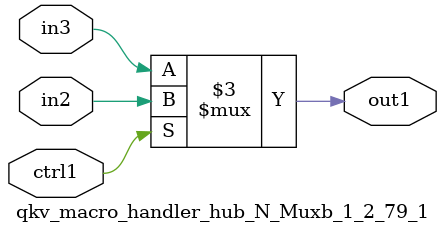
<source format=v>

`timescale 1ps / 1ps


module qkv_macro_handler_hub_N_Muxb_1_2_79_1( in3, in2, ctrl1, out1 );

    input in3;
    input in2;
    input ctrl1;
    output out1;
    reg out1;

    
    // rtl_process:qkv_macro_handler_hub_N_Muxb_1_2_79_1/qkv_macro_handler_hub_N_Muxb_1_2_79_1_thread_1
    always @*
      begin : qkv_macro_handler_hub_N_Muxb_1_2_79_1_thread_1
        case (ctrl1) 
          1'b1: 
            begin
              out1 = in2;
            end
          default: 
            begin
              out1 = in3;
            end
        endcase
      end

endmodule



</source>
